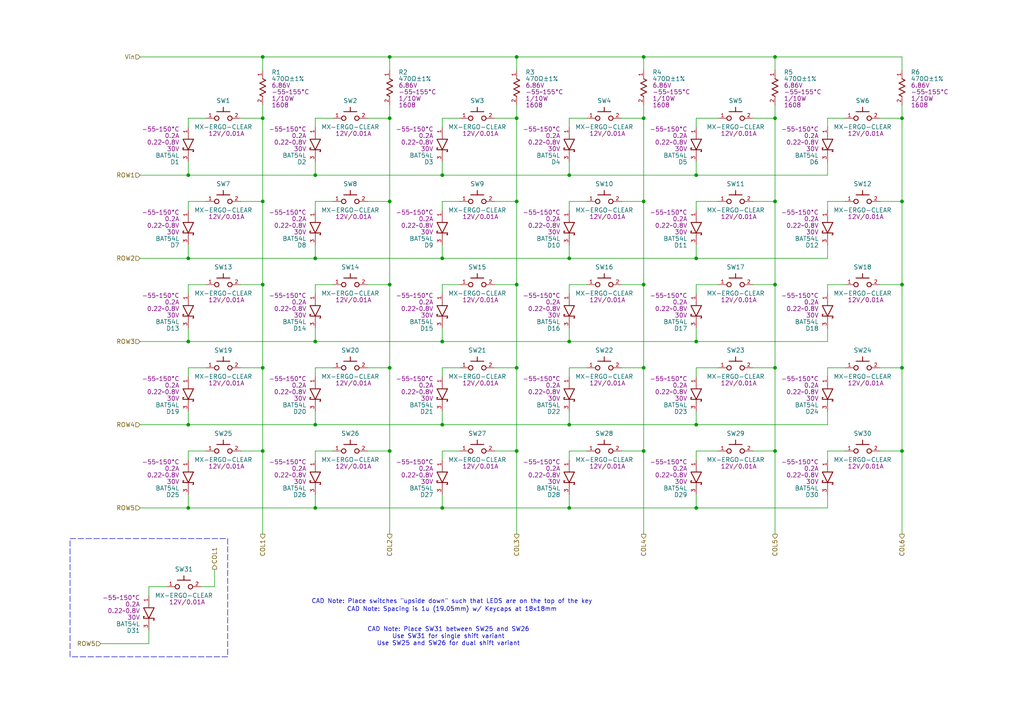
<source format=kicad_sch>
(kicad_sch (version 20231120) (generator "eeschema") (generator_version "8.0")
  (paper "A4")
  (lib_symbols
    (symbol "Harrington-Diodes:BAT54L-V" (pin_names (offset 1.016))
      (property "Reference" "D" (at 2.54 5.08 0))
      (property "Value" "BAT54L" (at 2.54 3.175 0))
      (property "VR_MAX" "30V" (at 2.54 1.27 0))
      (property "VF_MAX" "0.22~0.8V" (at 2.54 -0.635 0))
      (property "I_MAX" "0.2A" (at 2.54 -2.54 0))
      (property "TEMPERATURE" "-55~150°C" (at 2.54 -4.445 0))
      (symbol "BAT54L-V_0_0"
        (polyline (pts (xy -1.524 1.524) (xy -1.524 2.032)) (stroke (width 0.254)))
        (polyline (pts (xy -1.524 2.032) (xy -1.27 2.032)) (stroke (width 0.254)))
        (polyline (pts (xy 0 1.524) (xy -1.524 1.524)) (stroke (width 0.254)))
        (polyline (pts (xy 0 1.524) (xy 1.524 1.524)) (stroke (width 0.254)))
        (polyline (pts (xy 1.524 1.016) (xy 1.27 1.016)) (stroke (width 0.254)))
        (polyline (pts (xy 1.524 1.524) (xy 1.524 1.016)) (stroke (width 0.254)))
      )
      (symbol "BAT54L-V_1_0"
        (polyline (pts (xy 0 -2.54) (xy 0 -1.524)) (stroke (width 0.1524)))
        (polyline (pts (xy 0 2.54) (xy 0 1.524)) (stroke (width 0.1524)))
        (polyline (pts (xy -1.524 -1.524) (xy 1.524 -1.524) (xy 0 1.524) (xy -1.524 -1.524)) (stroke (width 0.254)))
        (pin bidirectional line (at 0 -5.08 90) (length 2.54) (name "~") (number "1"))
        (pin bidirectional line (at 0 5.08 270) (length 2.54) (name "~") (number "3"))
      )
    )
    (symbol "Harrington-Resistors:470Ω±1%-1608-V" (pin_names (offset 1.016))
      (property "Reference" "R" (at 2.54 4.445 0))
      (property "Value" "470Ω±1%" (at 2.54 2.54 0))
      (property "TEMPERATURE" "-55~155°C" (at 2.54 -1.27 0))
      (property "POWER" "1/10W" (at 2.54 -3.175 0))
      (property "VOLTAGE" "6.86V" (at 2.54 0.635 0))
      (property "SIZE" "1608" (at 2.54 -5.08 0))
      (symbol "470Ω±1%-1608-V_0_0"
        (polyline (pts (xy -0.8468 -2.1171) (xy 0 -2.5405)) (stroke (width 0.254)))
        (polyline (pts (xy -0.8468 -0.4234) (xy 0.8468 -1.2703)) (stroke (width 0.254)))
        (polyline (pts (xy -0.8468 1.2703) (xy 0.8468 2.1171)) (stroke (width 0.254)))
        (polyline (pts (xy 0.8468 -1.2703) (xy -0.8468 -2.1171)) (stroke (width 0.254)))
        (polyline (pts (xy 0.8468 0.4234) (xy -0.8468 -0.4234)) (stroke (width 0.254)))
        (polyline (pts (xy 0.8468 0.4234) (xy -0.8468 1.2703)) (stroke (width 0.254)))
        (polyline (pts (xy 0.8468 2.1171) (xy 0 2.5405)) (stroke (width 0.254)))
        (pin passive line (at 0 5.08 270) (length 2.54) (name "~") (number "1"))
        (pin passive line (at 0 -5.08 90) (length 2.54) (name "~") (number "2"))
      )
    )
    (symbol "Harrington-Switches:MX-ERGO-CLEAR-H" (pin_names (offset 1.016))
      (property "Reference" "SW" (at 0 5.08 0))
      (property "Value" "MX-ERGO-CLEAR" (at 0 -2.54 0))
      (property "V_MAX" "12V" (at -0.635 -4.445 0))
      (property "I_MAX" "0.01A" (at 0.635 -4.445 0))
      (symbol "MX-ERGO-CLEAR-H_0_0"
        (circle (center -1.905 0) (radius 0.635) (stroke (width 0.254)))
        (polyline (pts (xy -1.905 1.905) (xy 0 1.905)) (stroke (width 0.254)))
        (polyline (pts (xy 0 1.905) (xy 0 3.175)) (stroke (width 0.254)))
        (polyline (pts (xy 0 1.905) (xy 1.905 1.905)) (stroke (width 0.254)))
        (circle (center 1.905 0) (radius 0.635) (stroke (width 0.254)))
        (text "/" (at 0 -4.445 0) (effects (font (size 1.27 1.27))))
        (pin bidirectional line (at 5.08 0 180) (length 2.54) (name "~") (number "2"))
      )
      (symbol "MX-ERGO-CLEAR-H_1_0"
        (pin bidirectional line (at -5.08 0 0) (length 2.54) (name "~") (number "1"))
      )
    )
  )
  (junction (at 149.86 106.68))
  (junction (at 91.44 74.93))
  (junction (at 54.61 147.32))
  (junction (at 91.44 147.32))
  (junction (at 261.62 34.29))
  (junction (at 165.1 50.8))
  (junction (at 201.93 147.32))
  (junction (at 54.61 123.19))
  (junction (at 128.27 50.8))
  (junction (at 76.2 58.42))
  (junction (at 128.27 74.93))
  (junction (at 165.1 74.93))
  (junction (at 261.62 106.68))
  (junction (at 76.2 106.68))
  (junction (at 54.61 50.8))
  (junction (at 128.27 123.19))
  (junction (at 54.61 99.06))
  (junction (at 261.62 58.42))
  (junction (at 76.2 130.81))
  (junction (at 201.93 50.8))
  (junction (at 76.2 82.55))
  (junction (at 224.79 16.51))
  (junction (at 224.79 82.55))
  (junction (at 113.03 106.68))
  (junction (at 186.69 16.51))
  (junction (at 76.2 34.29))
  (junction (at 186.69 82.55))
  (junction (at 128.27 99.06))
  (junction (at 201.93 123.19))
  (junction (at 186.69 58.42))
  (junction (at 224.79 106.68))
  (junction (at 149.86 58.42))
  (junction (at 113.03 58.42))
  (junction (at 91.44 99.06))
  (junction (at 54.61 74.93))
  (junction (at 261.62 82.55))
  (junction (at 91.44 50.8))
  (junction (at 113.03 34.29))
  (junction (at 91.44 123.19))
  (junction (at 128.27 147.32))
  (junction (at 186.69 106.68))
  (junction (at 201.93 74.93))
  (junction (at 186.69 130.81))
  (junction (at 165.1 147.32))
  (junction (at 76.2 16.51))
  (junction (at 186.69 34.29))
  (junction (at 113.03 16.51))
  (junction (at 201.93 99.06))
  (junction (at 149.86 34.29))
  (junction (at 113.03 130.81))
  (junction (at 113.03 82.55))
  (junction (at 149.86 16.51))
  (junction (at 149.86 130.81))
  (junction (at 224.79 130.81))
  (junction (at 149.86 82.55))
  (junction (at 224.79 34.29))
  (junction (at 261.62 130.81))
  (junction (at 224.79 58.42))
  (junction (at 165.1 99.06))
  (junction (at 165.1 123.19))
  (wire (pts (xy 149.86 82.55) (xy 149.86 106.68)))
  (wire (pts (xy 165.1 109.22) (xy 165.1 106.68)))
  (wire (pts (xy 91.44 95.25) (xy 91.44 99.06)))
  (wire (pts (xy 224.79 16.51) (xy 261.62 16.51)))
  (wire (pts (xy 186.69 34.29) (xy 186.69 58.42)))
  (wire (pts (xy 128.27 143.51) (xy 128.27 147.32)))
  (wire (pts (xy 261.62 106.68) (xy 261.62 130.81)))
  (wire (pts (xy 240.03 71.12) (xy 240.03 74.93)))
  (wire (pts (xy 218.44 82.55) (xy 224.79 82.55)))
  (wire (pts (xy 76.2 30.48) (xy 76.2 34.29)))
  (wire (pts (xy 224.79 106.68) (xy 224.79 130.81)))
  (wire (pts (xy 128.27 36.83) (xy 128.27 34.29)))
  (wire (pts (xy 255.27 82.55) (xy 261.62 82.55)))
  (wire (pts (xy 165.1 46.99) (xy 165.1 50.8)))
  (wire (pts (xy 165.1 119.38) (xy 165.1 123.19)))
  (wire (pts (xy 201.93 119.38) (xy 201.93 123.19)))
  (wire (pts (xy 54.61 82.55) (xy 59.69 82.55)))
  (wire (pts (xy 201.93 133.35) (xy 201.93 130.81)))
  (wire (pts (xy 113.03 16.51) (xy 149.86 16.51)))
  (wire (pts (xy 54.61 130.81) (xy 59.69 130.81)))
  (wire (pts (xy 201.93 85.09) (xy 201.93 82.55)))
  (wire (pts (xy 54.61 60.96) (xy 54.61 58.42)))
  (wire (pts (xy 165.1 133.35) (xy 165.1 130.81)))
  (wire (pts (xy 69.85 34.29) (xy 76.2 34.29)))
  (wire (pts (xy 91.44 106.68) (xy 96.52 106.68)))
  (wire (pts (xy 91.44 34.29) (xy 96.52 34.29)))
  (wire (pts (xy 40.64 147.32) (xy 54.61 147.32)))
  (wire (pts (xy 43.18 182.88) (xy 43.18 186.69)))
  (wire (pts (xy 76.2 16.51) (xy 113.03 16.51)))
  (wire (pts (xy 165.1 74.93) (xy 201.93 74.93)))
  (wire (pts (xy 261.62 130.81) (xy 261.62 154.94)))
  (wire (pts (xy 128.27 123.19) (xy 165.1 123.19)))
  (wire (pts (xy 165.1 99.06) (xy 201.93 99.06)))
  (wire (pts (xy 224.79 16.51) (xy 224.79 20.32)))
  (wire (pts (xy 91.44 109.22) (xy 91.44 106.68)))
  (wire (pts (xy 143.51 106.68) (xy 149.86 106.68)))
  (wire (pts (xy 106.68 34.29) (xy 113.03 34.29)))
  (wire (pts (xy 201.93 60.96) (xy 201.93 58.42)))
  (wire (pts (xy 165.1 106.68) (xy 170.18 106.68)))
  (wire (pts (xy 180.34 82.55) (xy 186.69 82.55)))
  (wire (pts (xy 43.18 170.18) (xy 48.26 170.18)))
  (wire (pts (xy 76.2 16.51) (xy 76.2 20.32)))
  (wire (pts (xy 240.03 60.96) (xy 240.03 58.42)))
  (wire (pts (xy 180.34 106.68) (xy 186.69 106.68)))
  (wire (pts (xy 240.03 46.99) (xy 240.03 50.8)))
  (wire (pts (xy 149.86 130.81) (xy 149.86 154.94)))
  (wire (pts (xy 69.85 58.42) (xy 76.2 58.42)))
  (wire (pts (xy 54.61 58.42) (xy 59.69 58.42)))
  (wire (pts (xy 54.61 133.35) (xy 54.61 130.81)))
  (wire (pts (xy 69.85 130.81) (xy 76.2 130.81)))
  (wire (pts (xy 91.44 58.42) (xy 96.52 58.42)))
  (wire (pts (xy 91.44 50.8) (xy 128.27 50.8)))
  (wire (pts (xy 113.03 34.29) (xy 113.03 58.42)))
  (wire (pts (xy 201.93 82.55) (xy 208.28 82.55)))
  (wire (pts (xy 165.1 36.83) (xy 165.1 34.29)))
  (wire (pts (xy 113.03 30.48) (xy 113.03 34.29)))
  (wire (pts (xy 165.1 58.42) (xy 170.18 58.42)))
  (wire (pts (xy 240.03 143.51) (xy 240.03 147.32)))
  (wire (pts (xy 40.64 16.51) (xy 76.2 16.51)))
  (wire (pts (xy 69.85 106.68) (xy 76.2 106.68)))
  (wire (pts (xy 128.27 95.25) (xy 128.27 99.06)))
  (wire (pts (xy 128.27 46.99) (xy 128.27 50.8)))
  (wire (pts (xy 261.62 16.51) (xy 261.62 20.32)))
  (wire (pts (xy 165.1 85.09) (xy 165.1 82.55)))
  (wire (pts (xy 143.51 82.55) (xy 149.86 82.55)))
  (wire (pts (xy 128.27 147.32) (xy 165.1 147.32)))
  (wire (pts (xy 224.79 30.48) (xy 224.79 34.29)))
  (wire (pts (xy 91.44 36.83) (xy 91.44 34.29)))
  (wire (pts (xy 261.62 30.48) (xy 261.62 34.29)))
  (wire (pts (xy 54.61 46.99) (xy 54.61 50.8)))
  (wire (pts (xy 201.93 130.81) (xy 208.28 130.81)))
  (wire (pts (xy 165.1 60.96) (xy 165.1 58.42)))
  (wire (pts (xy 201.93 74.93) (xy 240.03 74.93)))
  (wire (pts (xy 91.44 71.12) (xy 91.44 74.93)))
  (wire (pts (xy 54.61 34.29) (xy 59.69 34.29)))
  (wire (pts (xy 76.2 130.81) (xy 76.2 154.94)))
  (wire (pts (xy 240.03 85.09) (xy 240.03 82.55)))
  (wire (pts (xy 54.61 95.25) (xy 54.61 99.06)))
  (wire (pts (xy 91.44 46.99) (xy 91.44 50.8)))
  (wire (pts (xy 113.03 82.55) (xy 113.03 106.68)))
  (wire (pts (xy 29.21 186.69) (xy 43.18 186.69)))
  (wire (pts (xy 149.86 16.51) (xy 149.86 20.32)))
  (wire (pts (xy 40.64 123.19) (xy 54.61 123.19)))
  (wire (pts (xy 91.44 147.32) (xy 128.27 147.32)))
  (wire (pts (xy 186.69 130.81) (xy 186.69 154.94)))
  (wire (pts (xy 128.27 130.81) (xy 133.35 130.81)))
  (wire (pts (xy 91.44 74.93) (xy 128.27 74.93)))
  (wire (pts (xy 201.93 71.12) (xy 201.93 74.93)))
  (wire (pts (xy 201.93 109.22) (xy 201.93 106.68)))
  (wire (pts (xy 76.2 58.42) (xy 76.2 82.55)))
  (wire (pts (xy 54.61 147.32) (xy 91.44 147.32)))
  (wire (pts (xy 54.61 50.8) (xy 91.44 50.8)))
  (wire (pts (xy 54.61 143.51) (xy 54.61 147.32)))
  (wire (pts (xy 180.34 130.81) (xy 186.69 130.81)))
  (wire (pts (xy 201.93 106.68) (xy 208.28 106.68)))
  (wire (pts (xy 201.93 34.29) (xy 208.28 34.29)))
  (wire (pts (xy 54.61 85.09) (xy 54.61 82.55)))
  (wire (pts (xy 91.44 85.09) (xy 91.44 82.55)))
  (wire (pts (xy 128.27 106.68) (xy 133.35 106.68)))
  (wire (pts (xy 69.85 82.55) (xy 76.2 82.55)))
  (wire (pts (xy 149.86 58.42) (xy 149.86 82.55)))
  (wire (pts (xy 201.93 58.42) (xy 208.28 58.42)))
  (wire (pts (xy 240.03 106.68) (xy 245.11 106.68)))
  (wire (pts (xy 186.69 106.68) (xy 186.69 130.81)))
  (wire (pts (xy 128.27 71.12) (xy 128.27 74.93)))
  (wire (pts (xy 91.44 119.38) (xy 91.44 123.19)))
  (wire (pts (xy 76.2 82.55) (xy 76.2 106.68)))
  (wire (pts (xy 128.27 82.55) (xy 133.35 82.55)))
  (wire (pts (xy 128.27 58.42) (xy 133.35 58.42)))
  (wire (pts (xy 165.1 95.25) (xy 165.1 99.06)))
  (wire (pts (xy 201.93 123.19) (xy 240.03 123.19)))
  (wire (pts (xy 91.44 143.51) (xy 91.44 147.32)))
  (wire (pts (xy 40.64 74.93) (xy 54.61 74.93)))
  (wire (pts (xy 91.44 133.35) (xy 91.44 130.81)))
  (wire (pts (xy 201.93 46.99) (xy 201.93 50.8)))
  (wire (pts (xy 186.69 30.48) (xy 186.69 34.29)))
  (wire (pts (xy 91.44 82.55) (xy 96.52 82.55)))
  (wire (pts (xy 224.79 58.42) (xy 224.79 82.55)))
  (wire (pts (xy 54.61 123.19) (xy 91.44 123.19)))
  (wire (pts (xy 106.68 130.81) (xy 113.03 130.81)))
  (wire (pts (xy 180.34 58.42) (xy 186.69 58.42)))
  (wire (pts (xy 54.61 106.68) (xy 59.69 106.68)))
  (wire (pts (xy 62.23 165.1) (xy 62.23 170.18)))
  (wire (pts (xy 128.27 74.93) (xy 165.1 74.93)))
  (wire (pts (xy 261.62 82.55) (xy 261.62 106.68)))
  (wire (pts (xy 261.62 34.29) (xy 261.62 58.42)))
  (wire (pts (xy 165.1 123.19) (xy 201.93 123.19)))
  (wire (pts (xy 240.03 58.42) (xy 245.11 58.42)))
  (wire (pts (xy 240.03 133.35) (xy 240.03 130.81)))
  (wire (pts (xy 201.93 50.8) (xy 240.03 50.8)))
  (wire (pts (xy 40.64 50.8) (xy 54.61 50.8)))
  (wire (pts (xy 201.93 95.25) (xy 201.93 99.06)))
  (wire (pts (xy 143.51 58.42) (xy 149.86 58.42)))
  (wire (pts (xy 54.61 109.22) (xy 54.61 106.68)))
  (wire (pts (xy 165.1 34.29) (xy 170.18 34.29)))
  (wire (pts (xy 149.86 106.68) (xy 149.86 130.81)))
  (wire (pts (xy 180.34 34.29) (xy 186.69 34.29)))
  (wire (pts (xy 106.68 82.55) (xy 113.03 82.55)))
  (wire (pts (xy 224.79 130.81) (xy 224.79 154.94)))
  (wire (pts (xy 240.03 82.55) (xy 245.11 82.55)))
  (wire (pts (xy 106.68 106.68) (xy 113.03 106.68)))
  (wire (pts (xy 128.27 109.22) (xy 128.27 106.68)))
  (wire (pts (xy 165.1 143.51) (xy 165.1 147.32)))
  (wire (pts (xy 224.79 82.55) (xy 224.79 106.68)))
  (wire (pts (xy 218.44 58.42) (xy 224.79 58.42)))
  (wire (pts (xy 240.03 95.25) (xy 240.03 99.06)))
  (wire (pts (xy 255.27 130.81) (xy 261.62 130.81)))
  (wire (pts (xy 255.27 106.68) (xy 261.62 106.68)))
  (wire (pts (xy 43.18 172.72) (xy 43.18 170.18)))
  (wire (pts (xy 240.03 119.38) (xy 240.03 123.19)))
  (wire (pts (xy 113.03 130.81) (xy 113.03 154.94)))
  (wire (pts (xy 201.93 99.06) (xy 240.03 99.06)))
  (wire (pts (xy 218.44 130.81) (xy 224.79 130.81)))
  (wire (pts (xy 40.64 99.06) (xy 54.61 99.06)))
  (wire (pts (xy 54.61 74.93) (xy 91.44 74.93)))
  (wire (pts (xy 165.1 71.12) (xy 165.1 74.93)))
  (wire (pts (xy 106.68 58.42) (xy 113.03 58.42)))
  (wire (pts (xy 143.51 130.81) (xy 149.86 130.81)))
  (wire (pts (xy 113.03 16.51) (xy 113.03 20.32)))
  (wire (pts (xy 201.93 147.32) (xy 240.03 147.32)))
  (wire (pts (xy 261.62 58.42) (xy 261.62 82.55)))
  (wire (pts (xy 186.69 82.55) (xy 186.69 106.68)))
  (wire (pts (xy 91.44 99.06) (xy 128.27 99.06)))
  (wire (pts (xy 128.27 99.06) (xy 165.1 99.06)))
  (wire (pts (xy 143.51 34.29) (xy 149.86 34.29)))
  (wire (pts (xy 165.1 50.8) (xy 201.93 50.8)))
  (wire (pts (xy 91.44 60.96) (xy 91.44 58.42)))
  (wire (pts (xy 54.61 99.06) (xy 91.44 99.06)))
  (wire (pts (xy 128.27 119.38) (xy 128.27 123.19)))
  (wire (pts (xy 54.61 119.38) (xy 54.61 123.19)))
  (wire (pts (xy 240.03 36.83) (xy 240.03 34.29)))
  (wire (pts (xy 165.1 130.81) (xy 170.18 130.81)))
  (wire (pts (xy 128.27 60.96) (xy 128.27 58.42)))
  (wire (pts (xy 113.03 106.68) (xy 113.03 130.81)))
  (wire (pts (xy 62.23 170.18) (xy 58.42 170.18)))
  (wire (pts (xy 240.03 130.81) (xy 245.11 130.81)))
  (wire (pts (xy 54.61 71.12) (xy 54.61 74.93)))
  (wire (pts (xy 54.61 36.83) (xy 54.61 34.29)))
  (wire (pts (xy 91.44 130.81) (xy 96.52 130.81)))
  (wire (pts (xy 255.27 34.29) (xy 261.62 34.29)))
  (wire (pts (xy 128.27 50.8) (xy 165.1 50.8)))
  (wire (pts (xy 224.79 34.29) (xy 224.79 58.42)))
  (wire (pts (xy 76.2 106.68) (xy 76.2 130.81)))
  (wire (pts (xy 218.44 34.29) (xy 224.79 34.29)))
  (wire (pts (xy 165.1 82.55) (xy 170.18 82.55)))
  (wire (pts (xy 186.69 58.42) (xy 186.69 82.55)))
  (wire (pts (xy 165.1 147.32) (xy 201.93 147.32)))
  (wire (pts (xy 91.44 123.19) (xy 128.27 123.19)))
  (wire (pts (xy 149.86 16.51) (xy 186.69 16.51)))
  (wire (pts (xy 76.2 34.29) (xy 76.2 58.42)))
  (wire (pts (xy 186.69 16.51) (xy 186.69 20.32)))
  (wire (pts (xy 240.03 109.22) (xy 240.03 106.68)))
  (wire (pts (xy 201.93 36.83) (xy 201.93 34.29)))
  (wire (pts (xy 201.93 143.51) (xy 201.93 147.32)))
  (wire (pts (xy 255.27 58.42) (xy 261.62 58.42)))
  (wire (pts (xy 218.44 106.68) (xy 224.79 106.68)))
  (wire (pts (xy 113.03 58.42) (xy 113.03 82.55)))
  (wire (pts (xy 186.69 16.51) (xy 224.79 16.51)))
  (wire (pts (xy 149.86 34.29) (xy 149.86 58.42)))
  (wire (pts (xy 128.27 133.35) (xy 128.27 130.81)))
  (wire (pts (xy 128.27 85.09) (xy 128.27 82.55)))
  (wire (pts (xy 149.86 30.48) (xy 149.86 34.29)))
  (wire (pts (xy 128.27 34.29) (xy 133.35 34.29)))
  (wire (pts (xy 240.03 34.29) (xy 245.11 34.29)))
  (rectangle (start 20.32 156.21) (end 66.04 190.5) (stroke (width 0) (type dash)))
  (text "CAD Note: Spacing is 1u (19.05mm) w/ Keycaps at 18x18mm" (at 131.064 176.784 0) (effects (font (size 1.27 1.27))))
  (text "CAD Note: Place switches \"upside down\" such that LEDS are on the top of the key" (at 131.064 174.498 0) (effects (font (size 1.27 1.27))))
  (text "CAD Note: Place SW31 between SW25 and SW26\nUse SW31 for single shift variant\nUse SW25 and SW26 for dual shift variant" (at 130.048 184.658 0) (effects (font (size 1.27 1.27))))
  (hierarchical_label "ROW2" (shape input) (at 40.64 74.93 180))
  (hierarchical_label "COL6" (shape output) (at 261.62 154.94 270))
  (hierarchical_label "COL3" (shape output) (at 149.86 154.94 270))
  (hierarchical_label "COL5" (shape output) (at 224.79 154.94 270))
  (hierarchical_label "ROW1" (shape input) (at 40.64 50.8 180))
  (hierarchical_label "COL4" (shape output) (at 186.69 154.94 270))
  (hierarchical_label "COL1" (shape output) (at 76.2 154.94 270))
  (hierarchical_label "ROW5" (shape input) (at 40.64 147.32 180))
  (hierarchical_label "ROW3" (shape input) (at 40.64 99.06 180))
  (hierarchical_label "COL1" (shape output) (at 62.23 165.1 90))
  (hierarchical_label "COL2" (shape output) (at 113.03 154.94 270))
  (hierarchical_label "Vin" (shape input) (at 40.64 16.51 180))
  (hierarchical_label "ROW5" (shape input) (at 29.21 186.69 180))
  (hierarchical_label "ROW4" (shape input) (at 40.64 123.19 180))
  (symbol (lib_id "Harrington-Diodes:BAT54L-V") (at 165.1 41.91 180) (unit 1)
    (property "Reference" "D4" (at 162.56 46.99 0) (effects (justify left)))
    (property "Value" "BAT54L" (at 162.56 45.085 0) (effects (justify left)))
    (property "Footprint" "Harrington-Diodes:SOT-23-3" (effects (hide yes)))
    (property "Description" "High Frequency, Low Vf" (effects (hide yes)))
    (property "VR_MAX" "30V" (at 162.56 43.18 0) (effects (justify left)))
    (property "VF_MAX" "0.22~0.8V" (at 162.56 41.275 0) (effects (justify left)))
    (property "I_MAX" "0.2A" (at 162.56 39.37 0) (effects (justify left)))
    (property "TEMPERATURE" "-55~150°C" (at 162.56 37.465 0) (effects (justify left)))
  )
  (symbol (lib_id "Harrington-Switches:MX-ERGO-CLEAR-H") (at 138.43 34.29 0) (unit 1)
    (property "Reference" "SW3" (at 138.43 29.21 0))
    (property "Value" "MX-ERGO-CLEAR" (at 138.43 36.83 0))
    (property "Footprint" "Harrington-Switches:MX-1-Pole" (effects (hide yes)))
    (property "V_MAX" "12V" (at 137.795 38.735 0) (effects (justify right)))
    (property "I_MAX" "0.01A" (at 139.065 38.735 0) (effects (justify left)))
  )
  (symbol (lib_id "Harrington-Switches:MX-ERGO-CLEAR-H") (at 213.36 130.81 0) (unit 1)
    (property "Reference" "SW29" (at 213.36 125.73 0))
    (property "Value" "MX-ERGO-CLEAR" (at 213.36 133.35 0))
    (property "Footprint" "Harrington-Switches:MX-1-Pole" (effects (hide yes)))
    (property "V_MAX" "12V" (at 212.725 135.255 0) (effects (justify right)))
    (property "I_MAX" "0.01A" (at 213.995 135.255 0) (effects (justify left)))
  )
  (symbol (lib_id "Harrington-Switches:MX-ERGO-CLEAR-H") (at 101.6 130.81 0) (unit 1)
    (property "Reference" "SW26" (at 101.6 125.73 0))
    (property "Value" "MX-ERGO-CLEAR" (at 101.6 133.35 0))
    (property "Footprint" "Harrington-Switches:MX-1-Pole" (effects (hide yes)))
    (property "V_MAX" "12V" (at 100.965 135.255 0) (effects (justify right)))
    (property "I_MAX" "0.01A" (at 102.235 135.255 0) (effects (justify left)))
  )
  (symbol (lib_id "Harrington-Diodes:BAT54L-V") (at 54.61 66.04 180) (unit 1)
    (property "Reference" "D7" (at 52.07 71.12 0) (effects (justify left)))
    (property "Value" "BAT54L" (at 52.07 69.215 0) (effects (justify left)))
    (property "Footprint" "Harrington-Diodes:SOT-23-3" (effects (hide yes)))
    (property "Description" "High Frequency, Low Vf" (effects (hide yes)))
    (property "VR_MAX" "30V" (at 52.07 67.31 0) (effects (justify left)))
    (property "VF_MAX" "0.22~0.8V" (at 52.07 65.405 0) (effects (justify left)))
    (property "I_MAX" "0.2A" (at 52.07 63.5 0) (effects (justify left)))
    (property "TEMPERATURE" "-55~150°C" (at 52.07 61.595 0) (effects (justify left)))
  )
  (symbol (lib_id "Harrington-Diodes:BAT54L-V") (at 54.61 114.3 180) (unit 1)
    (property "Reference" "D19" (at 52.07 119.38 0) (effects (justify left)))
    (property "Value" "BAT54L" (at 52.07 117.475 0) (effects (justify left)))
    (property "Footprint" "Harrington-Diodes:SOT-23-3" (effects (hide yes)))
    (property "Description" "High Frequency, Low Vf" (effects (hide yes)))
    (property "VR_MAX" "30V" (at 52.07 115.57 0) (effects (justify left)))
    (property "VF_MAX" "0.22~0.8V" (at 52.07 113.665 0) (effects (justify left)))
    (property "I_MAX" "0.2A" (at 52.07 111.76 0) (effects (justify left)))
    (property "TEMPERATURE" "-55~150°C" (at 52.07 109.855 0) (effects (justify left)))
  )
  (symbol (lib_id "Harrington-Switches:MX-ERGO-CLEAR-H") (at 175.26 58.42 0) (unit 1)
    (property "Reference" "SW10" (at 175.26 53.34 0))
    (property "Value" "MX-ERGO-CLEAR" (at 175.26 60.96 0))
    (property "Footprint" "Harrington-Switches:MX-1-Pole" (effects (hide yes)))
    (property "V_MAX" "12V" (at 174.625 62.865 0) (effects (justify right)))
    (property "I_MAX" "0.01A" (at 175.895 62.865 0) (effects (justify left)))
  )
  (symbol (lib_id "Harrington-Switches:MX-ERGO-CLEAR-H") (at 101.6 58.42 0) (unit 1)
    (property "Reference" "SW8" (at 101.6 53.34 0))
    (property "Value" "MX-ERGO-CLEAR" (at 101.6 60.96 0))
    (property "Footprint" "Harrington-Switches:MX-1-Pole" (effects (hide yes)))
    (property "V_MAX" "12V" (at 100.965 62.865 0) (effects (justify right)))
    (property "I_MAX" "0.01A" (at 102.235 62.865 0) (effects (justify left)))
  )
  (symbol (lib_id "Harrington-Diodes:BAT54L-V") (at 240.03 114.3 180) (unit 1)
    (property "Reference" "D24" (at 237.49 119.38 0) (effects (justify left)))
    (property "Value" "BAT54L" (at 237.49 117.475 0) (effects (justify left)))
    (property "Footprint" "Harrington-Diodes:SOT-23-3" (effects (hide yes)))
    (property "Description" "High Frequency, Low Vf" (effects (hide yes)))
    (property "VR_MAX" "30V" (at 237.49 115.57 0) (effects (justify left)))
    (property "VF_MAX" "0.22~0.8V" (at 237.49 113.665 0) (effects (justify left)))
    (property "I_MAX" "0.2A" (at 237.49 111.76 0) (effects (justify left)))
    (property "TEMPERATURE" "-55~150°C" (at 237.49 109.855 0) (effects (justify left)))
  )
  (symbol (lib_id "Harrington-Diodes:BAT54L-V") (at 201.93 138.43 180) (unit 1)
    (property "Reference" "D29" (at 199.39 143.51 0) (effects (justify left)))
    (property "Value" "BAT54L" (at 199.39 141.605 0) (effects (justify left)))
    (property "Footprint" "Harrington-Diodes:SOT-23-3" (effects (hide yes)))
    (property "Description" "High Frequency, Low Vf" (effects (hide yes)))
    (property "VR_MAX" "30V" (at 199.39 139.7 0) (effects (justify left)))
    (property "VF_MAX" "0.22~0.8V" (at 199.39 137.795 0) (effects (justify left)))
    (property "I_MAX" "0.2A" (at 199.39 135.89 0) (effects (justify left)))
    (property "TEMPERATURE" "-55~150°C" (at 199.39 133.985 0) (effects (justify left)))
  )
  (symbol (lib_id "Harrington-Switches:MX-ERGO-CLEAR-H") (at 250.19 34.29 0) (unit 1)
    (property "Reference" "SW6" (at 250.19 29.21 0))
    (property "Value" "MX-ERGO-CLEAR" (at 250.19 36.83 0))
    (property "Footprint" "Harrington-Switches:MX-1-Pole" (effects (hide yes)))
    (property "V_MAX" "12V" (at 249.555 38.735 0) (effects (justify right)))
    (property "I_MAX" "0.01A" (at 250.825 38.735 0) (effects (justify left)))
  )
  (symbol (lib_id "Harrington-Diodes:BAT54L-V") (at 201.93 114.3 180) (unit 1)
    (property "Reference" "D23" (at 199.39 119.38 0) (effects (justify left)))
    (property "Value" "BAT54L" (at 199.39 117.475 0) (effects (justify left)))
    (property "Footprint" "Harrington-Diodes:SOT-23-3" (effects (hide yes)))
    (property "Description" "High Frequency, Low Vf" (effects (hide yes)))
    (property "VR_MAX" "30V" (at 199.39 115.57 0) (effects (justify left)))
    (property "VF_MAX" "0.22~0.8V" (at 199.39 113.665 0) (effects (justify left)))
    (property "I_MAX" "0.2A" (at 199.39 111.76 0) (effects (justify left)))
    (property "TEMPERATURE" "-55~150°C" (at 199.39 109.855 0) (effects (justify left)))
  )
  (symbol (lib_id "Harrington-Switches:MX-ERGO-CLEAR-H") (at 250.19 58.42 0) (unit 1)
    (property "Reference" "SW12" (at 250.19 53.34 0))
    (property "Value" "MX-ERGO-CLEAR" (at 250.19 60.96 0))
    (property "Footprint" "Harrington-Switches:MX-1-Pole" (effects (hide yes)))
    (property "V_MAX" "12V" (at 249.555 62.865 0) (effects (justify right)))
    (property "I_MAX" "0.01A" (at 250.825 62.865 0) (effects (justify left)))
  )
  (symbol (lib_id "Harrington-Diodes:BAT54L-V") (at 165.1 90.17 180) (unit 1)
    (property "Reference" "D16" (at 162.56 95.25 0) (effects (justify left)))
    (property "Value" "BAT54L" (at 162.56 93.345 0) (effects (justify left)))
    (property "Footprint" "Harrington-Diodes:SOT-23-3" (effects (hide yes)))
    (property "Description" "High Frequency, Low Vf" (effects (hide yes)))
    (property "VR_MAX" "30V" (at 162.56 91.44 0) (effects (justify left)))
    (property "VF_MAX" "0.22~0.8V" (at 162.56 89.535 0) (effects (justify left)))
    (property "I_MAX" "0.2A" (at 162.56 87.63 0) (effects (justify left)))
    (property "TEMPERATURE" "-55~150°C" (at 162.56 85.725 0) (effects (justify left)))
  )
  (symbol (lib_id "Harrington-Switches:MX-ERGO-CLEAR-H") (at 64.77 106.68 0) (unit 1)
    (property "Reference" "SW19" (at 64.77 101.6 0))
    (property "Value" "MX-ERGO-CLEAR" (at 64.77 109.22 0))
    (property "Footprint" "Harrington-Switches:MX-1-Pole" (effects (hide yes)))
    (property "V_MAX" "12V" (at 64.135 111.125 0) (effects (justify right)))
    (property "I_MAX" "0.01A" (at 65.405 111.125 0) (effects (justify left)))
  )
  (symbol (lib_id "Harrington-Diodes:BAT54L-V") (at 201.93 41.91 180) (unit 1)
    (property "Reference" "D5" (at 199.39 46.99 0) (effects (justify left)))
    (property "Value" "BAT54L" (at 199.39 45.085 0) (effects (justify left)))
    (property "Footprint" "Harrington-Diodes:SOT-23-3" (effects (hide yes)))
    (property "Description" "High Frequency, Low Vf" (effects (hide yes)))
    (property "VR_MAX" "30V" (at 199.39 43.18 0) (effects (justify left)))
    (property "VF_MAX" "0.22~0.8V" (at 199.39 41.275 0) (effects (justify left)))
    (property "I_MAX" "0.2A" (at 199.39 39.37 0) (effects (justify left)))
    (property "TEMPERATURE" "-55~150°C" (at 199.39 37.465 0) (effects (justify left)))
  )
  (symbol (lib_id "Harrington-Diodes:BAT54L-V") (at 54.61 138.43 180) (unit 1)
    (property "Reference" "D25" (at 52.07 143.51 0) (effects (justify left)))
    (property "Value" "BAT54L" (at 52.07 141.605 0) (effects (justify left)))
    (property "Footprint" "Harrington-Diodes:SOT-23-3" (effects (hide yes)))
    (property "Description" "High Frequency, Low Vf" (effects (hide yes)))
    (property "VR_MAX" "30V" (at 52.07 139.7 0) (effects (justify left)))
    (property "VF_MAX" "0.22~0.8V" (at 52.07 137.795 0) (effects (justify left)))
    (property "I_MAX" "0.2A" (at 52.07 135.89 0) (effects (justify left)))
    (property "TEMPERATURE" "-55~150°C" (at 52.07 133.985 0) (effects (justify left)))
  )
  (symbol (lib_id "Harrington-Diodes:BAT54L-V") (at 91.44 90.17 180) (unit 1)
    (property "Reference" "D14" (at 88.9 95.25 0) (effects (justify left)))
    (property "Value" "BAT54L" (at 88.9 93.345 0) (effects (justify left)))
    (property "Footprint" "Harrington-Diodes:SOT-23-3" (effects (hide yes)))
    (property "Description" "High Frequency, Low Vf" (effects (hide yes)))
    (property "VR_MAX" "30V" (at 88.9 91.44 0) (effects (justify left)))
    (property "VF_MAX" "0.22~0.8V" (at 88.9 89.535 0) (effects (justify left)))
    (property "I_MAX" "0.2A" (at 88.9 87.63 0) (effects (justify left)))
    (property "TEMPERATURE" "-55~150°C" (at 88.9 85.725 0) (effects (justify left)))
  )
  (symbol (lib_id "Harrington-Switches:MX-ERGO-CLEAR-H") (at 138.43 130.81 0) (unit 1)
    (property "Reference" "SW27" (at 138.43 125.73 0))
    (property "Value" "MX-ERGO-CLEAR" (at 138.43 133.35 0))
    (property "Footprint" "Harrington-Switches:MX-1-Pole" (effects (hide yes)))
    (property "V_MAX" "12V" (at 137.795 135.255 0) (effects (justify right)))
    (property "I_MAX" "0.01A" (at 139.065 135.255 0) (effects (justify left)))
  )
  (symbol (lib_id "Harrington-Diodes:BAT54L-V") (at 128.27 114.3 180) (unit 1)
    (property "Reference" "D21" (at 125.73 119.38 0) (effects (justify left)))
    (property "Value" "BAT54L" (at 125.73 117.475 0) (effects (justify left)))
    (property "Footprint" "Harrington-Diodes:SOT-23-3" (effects (hide yes)))
    (property "Description" "High Frequency, Low Vf" (effects (hide yes)))
    (property "VR_MAX" "30V" (at 125.73 115.57 0) (effects (justify left)))
    (property "VF_MAX" "0.22~0.8V" (at 125.73 113.665 0) (effects (justify left)))
    (property "I_MAX" "0.2A" (at 125.73 111.76 0) (effects (justify left)))
    (property "TEMPERATURE" "-55~150°C" (at 125.73 109.855 0) (effects (justify left)))
  )
  (symbol (lib_id "Harrington-Resistors:470Ω±1%-1608-V") (at 149.86 25.4 0) (unit 1)
    (property "Reference" "R3" (at 152.4 20.955 0) (effects (justify left)))
    (property "Value" "470Ω±1%" (at 152.4 22.86 0) (effects (justify left)))
    (property "Footprint" "Harrington-Resistors:1608-SEM" (effects (hide yes)))
    (property "TEMPERATURE" "-55~155°C" (at 152.4 26.67 0) (effects (justify left)))
    (property "POWER" "1/10W" (at 152.4 28.575 0) (effects (justify left)))
    (property "VOLTAGE" "6.86V" (at 152.4 24.765 0) (effects (justify left)))
    (property "SIZE" "1608" (at 152.4 30.48 0) (effects (justify left)))
  )
  (symbol (lib_id "Harrington-Switches:MX-ERGO-CLEAR-H") (at 101.6 82.55 0) (unit 1)
    (property "Reference" "SW14" (at 101.6 77.47 0))
    (property "Value" "MX-ERGO-CLEAR" (at 101.6 85.09 0))
    (property "Footprint" "Harrington-Switches:MX-1-Pole" (effects (hide yes)))
    (property "V_MAX" "12V" (at 100.965 86.995 0) (effects (justify right)))
    (property "I_MAX" "0.01A" (at 102.235 86.995 0) (effects (justify left)))
  )
  (symbol (lib_id "Harrington-Diodes:BAT54L-V") (at 165.1 138.43 180) (unit 1)
    (property "Reference" "D28" (at 162.56 143.51 0) (effects (justify left)))
    (property "Value" "BAT54L" (at 162.56 141.605 0) (effects (justify left)))
    (property "Footprint" "Harrington-Diodes:SOT-23-3" (effects (hide yes)))
    (property "Description" "High Frequency, Low Vf" (effects (hide yes)))
    (property "VR_MAX" "30V" (at 162.56 139.7 0) (effects (justify left)))
    (property "VF_MAX" "0.22~0.8V" (at 162.56 137.795 0) (effects (justify left)))
    (property "I_MAX" "0.2A" (at 162.56 135.89 0) (effects (justify left)))
    (property "TEMPERATURE" "-55~150°C" (at 162.56 133.985 0) (effects (justify left)))
  )
  (symbol (lib_id "Harrington-Diodes:BAT54L-V") (at 43.18 177.8 180) (unit 1)
    (property "Reference" "D31" (at 40.64 182.88 0) (effects (justify left)))
    (property "Value" "BAT54L" (at 40.64 180.975 0) (effects (justify left)))
    (property "Footprint" "Harrington-Diodes:SOT-23-3" (effects (hide yes)))
    (property "Description" "High Frequency, Low Vf" (effects (hide yes)))
    (property "VR_MAX" "30V" (at 40.64 179.07 0) (effects (justify left)))
    (property "VF_MAX" "0.22~0.8V" (at 40.64 177.165 0) (effects (justify left)))
    (property "I_MAX" "0.2A" (at 40.64 175.26 0) (effects (justify left)))
    (property "TEMPERATURE" "-55~150°C" (at 40.64 173.355 0) (effects (justify left)))
  )
  (symbol (lib_id "Harrington-Resistors:470Ω±1%-1608-V") (at 186.69 25.4 0) (unit 1)
    (property "Reference" "R4" (at 189.23 20.955 0) (effects (justify left)))
    (property "Value" "470Ω±1%" (at 189.23 22.86 0) (effects (justify left)))
    (property "Footprint" "Harrington-Resistors:1608-SEM" (effects (hide yes)))
    (property "TEMPERATURE" "-55~155°C" (at 189.23 26.67 0) (effects (justify left)))
    (property "POWER" "1/10W" (at 189.23 28.575 0) (effects (justify left)))
    (property "VOLTAGE" "6.86V" (at 189.23 24.765 0) (effects (justify left)))
    (property "SIZE" "1608" (at 189.23 30.48 0) (effects (justify left)))
  )
  (symbol (lib_id "Harrington-Diodes:BAT54L-V") (at 201.93 66.04 180) (unit 1)
    (property "Reference" "D11" (at 199.39 71.12 0) (effects (justify left)))
    (property "Value" "BAT54L" (at 199.39 69.215 0) (effects (justify left)))
    (property "Footprint" "Harrington-Diodes:SOT-23-3" (effects (hide yes)))
    (property "Description" "High Frequency, Low Vf" (effects (hide yes)))
    (property "VR_MAX" "30V" (at 199.39 67.31 0) (effects (justify left)))
    (property "VF_MAX" "0.22~0.8V" (at 199.39 65.405 0) (effects (justify left)))
    (property "I_MAX" "0.2A" (at 199.39 63.5 0) (effects (justify left)))
    (property "TEMPERATURE" "-55~150°C" (at 199.39 61.595 0) (effects (justify left)))
  )
  (symbol (lib_id "Harrington-Diodes:BAT54L-V") (at 240.03 66.04 180) (unit 1)
    (property "Reference" "D12" (at 237.49 71.12 0) (effects (justify left)))
    (property "Value" "BAT54L" (at 237.49 69.215 0) (effects (justify left)))
    (property "Footprint" "Harrington-Diodes:SOT-23-3" (effects (hide yes)))
    (property "Description" "High Frequency, Low Vf" (effects (hide yes)))
    (property "VR_MAX" "30V" (at 237.49 67.31 0) (effects (justify left)))
    (property "VF_MAX" "0.22~0.8V" (at 237.49 65.405 0) (effects (justify left)))
    (property "I_MAX" "0.2A" (at 237.49 63.5 0) (effects (justify left)))
    (property "TEMPERATURE" "-55~150°C" (at 237.49 61.595 0) (effects (justify left)))
  )
  (symbol (lib_id "Harrington-Diodes:BAT54L-V") (at 240.03 90.17 180) (unit 1)
    (property "Reference" "D18" (at 237.49 95.25 0) (effects (justify left)))
    (property "Value" "BAT54L" (at 237.49 93.345 0) (effects (justify left)))
    (property "Footprint" "Harrington-Diodes:SOT-23-3" (effects (hide yes)))
    (property "Description" "High Frequency, Low Vf" (effects (hide yes)))
    (property "VR_MAX" "30V" (at 237.49 91.44 0) (effects (justify left)))
    (property "VF_MAX" "0.22~0.8V" (at 237.49 89.535 0) (effects (justify left)))
    (property "I_MAX" "0.2A" (at 237.49 87.63 0) (effects (justify left)))
    (property "TEMPERATURE" "-55~150°C" (at 237.49 85.725 0) (effects (justify left)))
  )
  (symbol (lib_id "Harrington-Diodes:BAT54L-V") (at 128.27 90.17 180) (unit 1)
    (property "Reference" "D15" (at 125.73 95.25 0) (effects (justify left)))
    (property "Value" "BAT54L" (at 125.73 93.345 0) (effects (justify left)))
    (property "Footprint" "Harrington-Diodes:SOT-23-3" (effects (hide yes)))
    (property "Description" "High Frequency, Low Vf" (effects (hide yes)))
    (property "VR_MAX" "30V" (at 125.73 91.44 0) (effects (justify left)))
    (property "VF_MAX" "0.22~0.8V" (at 125.73 89.535 0) (effects (justify left)))
    (property "I_MAX" "0.2A" (at 125.73 87.63 0) (effects (justify left)))
    (property "TEMPERATURE" "-55~150°C" (at 125.73 85.725 0) (effects (justify left)))
  )
  (symbol (lib_id "Harrington-Diodes:BAT54L-V") (at 201.93 90.17 180) (unit 1)
    (property "Reference" "D17" (at 199.39 95.25 0) (effects (justify left)))
    (property "Value" "BAT54L" (at 199.39 93.345 0) (effects (justify left)))
    (property "Footprint" "Harrington-Diodes:SOT-23-3" (effects (hide yes)))
    (property "Description" "High Frequency, Low Vf" (effects (hide yes)))
    (property "VR_MAX" "30V" (at 199.39 91.44 0) (effects (justify left)))
    (property "VF_MAX" "0.22~0.8V" (at 199.39 89.535 0) (effects (justify left)))
    (property "I_MAX" "0.2A" (at 199.39 87.63 0) (effects (justify left)))
    (property "TEMPERATURE" "-55~150°C" (at 199.39 85.725 0) (effects (justify left)))
  )
  (symbol (lib_id "Harrington-Switches:MX-ERGO-CLEAR-H") (at 213.36 34.29 0) (unit 1)
    (property "Reference" "SW5" (at 213.36 29.21 0))
    (property "Value" "MX-ERGO-CLEAR" (at 213.36 36.83 0))
    (property "Footprint" "Harrington-Switches:MX-1-Pole" (effects (hide yes)))
    (property "V_MAX" "12V" (at 212.725 38.735 0) (effects (justify right)))
    (property "I_MAX" "0.01A" (at 213.995 38.735 0) (effects (justify left)))
  )
  (symbol (lib_id "Harrington-Switches:MX-ERGO-CLEAR-H") (at 213.36 58.42 0) (unit 1)
    (property "Reference" "SW11" (at 213.36 53.34 0))
    (property "Value" "MX-ERGO-CLEAR" (at 213.36 60.96 0))
    (property "Footprint" "Harrington-Switches:MX-1-Pole" (effects (hide yes)))
    (property "V_MAX" "12V" (at 212.725 62.865 0) (effects (justify right)))
    (property "I_MAX" "0.01A" (at 213.995 62.865 0) (effects (justify left)))
  )
  (symbol (lib_id "Harrington-Diodes:BAT54L-V") (at 240.03 138.43 180) (unit 1)
    (property "Reference" "D30" (at 237.49 143.51 0) (effects (justify left)))
    (property "Value" "BAT54L" (at 237.49 141.605 0) (effects (justify left)))
    (property "Footprint" "Harrington-Diodes:SOT-23-3" (effects (hide yes)))
    (property "Description" "High Frequency, Low Vf" (effects (hide yes)))
    (property "VR_MAX" "30V" (at 237.49 139.7 0) (effects (justify left)))
    (property "VF_MAX" "0.22~0.8V" (at 237.49 137.795 0) (effects (justify left)))
    (property "I_MAX" "0.2A" (at 237.49 135.89 0) (effects (justify left)))
    (property "TEMPERATURE" "-55~150°C" (at 237.49 133.985 0) (effects (justify left)))
  )
  (symbol (lib_id "Harrington-Diodes:BAT54L-V") (at 91.44 41.91 180) (unit 1)
    (property "Reference" "D2" (at 88.9 46.99 0) (effects (justify left)))
    (property "Value" "BAT54L" (at 88.9 45.085 0) (effects (justify left)))
    (property "Footprint" "Harrington-Diodes:SOT-23-3" (effects (hide yes)))
    (property "Description" "High Frequency, Low Vf" (effects (hide yes)))
    (property "VR_MAX" "30V" (at 88.9 43.18 0) (effects (justify left)))
    (property "VF_MAX" "0.22~0.8V" (at 88.9 41.275 0) (effects (justify left)))
    (property "I_MAX" "0.2A" (at 88.9 39.37 0) (effects (justify left)))
    (property "TEMPERATURE" "-55~150°C" (at 88.9 37.465 0) (effects (justify left)))
  )
  (symbol (lib_id "Harrington-Switches:MX-ERGO-CLEAR-H") (at 175.26 130.81 0) (unit 1)
    (property "Reference" "SW28" (at 175.26 125.73 0))
    (property "Value" "MX-ERGO-CLEAR" (at 175.26 133.35 0))
    (property "Footprint" "Harrington-Switches:MX-1-Pole" (effects (hide yes)))
    (property "V_MAX" "12V" (at 174.625 135.255 0) (effects (justify right)))
    (property "I_MAX" "0.01A" (at 175.895 135.255 0) (effects (justify left)))
  )
  (symbol (lib_id "Harrington-Switches:MX-ERGO-CLEAR-H") (at 101.6 34.29 0) (unit 1)
    (property "Reference" "SW2" (at 101.6 29.21 0))
    (property "Value" "MX-ERGO-CLEAR" (at 101.6 36.83 0))
    (property "Footprint" "Harrington-Switches:MX-1-Pole" (effects (hide yes)))
    (property "V_MAX" "12V" (at 100.965 38.735 0) (effects (justify right)))
    (property "I_MAX" "0.01A" (at 102.235 38.735 0) (effects (justify left)))
  )
  (symbol (lib_id "Harrington-Diodes:BAT54L-V") (at 54.61 41.91 180) (unit 1)
    (property "Reference" "D1" (at 52.07 46.99 0) (effects (justify left)))
    (property "Value" "BAT54L" (at 52.07 45.085 0) (effects (justify left)))
    (property "Footprint" "Harrington-Diodes:SOT-23-3" (effects (hide yes)))
    (property "Description" "High Frequency, Low Vf" (effects (hide yes)))
    (property "VR_MAX" "30V" (at 52.07 43.18 0) (effects (justify left)))
    (property "VF_MAX" "0.22~0.8V" (at 52.07 41.275 0) (effects (justify left)))
    (property "I_MAX" "0.2A" (at 52.07 39.37 0) (effects (justify left)))
    (property "TEMPERATURE" "-55~150°C" (at 52.07 37.465 0) (effects (justify left)))
  )
  (symbol (lib_id "Harrington-Diodes:BAT54L-V") (at 128.27 41.91 180) (unit 1)
    (property "Reference" "D3" (at 125.73 46.99 0) (effects (justify left)))
    (property "Value" "BAT54L" (at 125.73 45.085 0) (effects (justify left)))
    (property "Footprint" "Harrington-Diodes:SOT-23-3" (effects (hide yes)))
    (property "Description" "High Frequency, Low Vf" (effects (hide yes)))
    (property "VR_MAX" "30V" (at 125.73 43.18 0) (effects (justify left)))
    (property "VF_MAX" "0.22~0.8V" (at 125.73 41.275 0) (effects (justify left)))
    (property "I_MAX" "0.2A" (at 125.73 39.37 0) (effects (justify left)))
    (property "TEMPERATURE" "-55~150°C" (at 125.73 37.465 0) (effects (justify left)))
  )
  (symbol (lib_id "Harrington-Diodes:BAT54L-V") (at 91.44 66.04 180) (unit 1)
    (property "Reference" "D8" (at 88.9 71.12 0) (effects (justify left)))
    (property "Value" "BAT54L" (at 88.9 69.215 0) (effects (justify left)))
    (property "Footprint" "Harrington-Diodes:SOT-23-3" (effects (hide yes)))
    (property "Description" "High Frequency, Low Vf" (effects (hide yes)))
    (property "VR_MAX" "30V" (at 88.9 67.31 0) (effects (justify left)))
    (property "VF_MAX" "0.22~0.8V" (at 88.9 65.405 0) (effects (justify left)))
    (property "I_MAX" "0.2A" (at 88.9 63.5 0) (effects (justify left)))
    (property "TEMPERATURE" "-55~150°C" (at 88.9 61.595 0) (effects (justify left)))
  )
  (symbol (lib_id "Harrington-Switches:MX-ERGO-CLEAR-H") (at 213.36 106.68 0) (unit 1)
    (property "Reference" "SW23" (at 213.36 101.6 0))
    (property "Value" "MX-ERGO-CLEAR" (at 213.36 109.22 0))
    (property "Footprint" "Harrington-Switches:MX-1-Pole" (effects (hide yes)))
    (property "V_MAX" "12V" (at 212.725 111.125 0) (effects (justify right)))
    (property "I_MAX" "0.01A" (at 213.995 111.125 0) (effects (justify left)))
  )
  (symbol (lib_id "Harrington-Resistors:470Ω±1%-1608-V") (at 224.79 25.4 0) (unit 1)
    (property "Reference" "R5" (at 227.33 20.955 0) (effects (justify left)))
    (property "Value" "470Ω±1%" (at 227.33 22.86 0) (effects (justify left)))
    (property "Footprint" "Harrington-Resistors:1608-SEM" (effects (hide yes)))
    (property "TEMPERATURE" "-55~155°C" (at 227.33 26.67 0) (effects (justify left)))
    (property "POWER" "1/10W" (at 227.33 28.575 0) (effects (justify left)))
    (property "VOLTAGE" "6.86V" (at 227.33 24.765 0) (effects (justify left)))
    (property "SIZE" "1608" (at 227.33 30.48 0) (effects (justify left)))
  )
  (symbol (lib_id "Harrington-Switches:MX-ERGO-CLEAR-H") (at 250.19 106.68 0) (unit 1)
    (property "Reference" "SW24" (at 250.19 101.6 0))
    (property "Value" "MX-ERGO-CLEAR" (at 250.19 109.22 0))
    (property "Footprint" "Harrington-Switches:MX-1-Pole" (effects (hide yes)))
    (property "V_MAX" "12V" (at 249.555 111.125 0) (effects (justify right)))
    (property "I_MAX" "0.01A" (at 250.825 111.125 0) (effects (justify left)))
  )
  (symbol (lib_id "Harrington-Switches:MX-ERGO-CLEAR-H") (at 64.77 34.29 0) (unit 1)
    (property "Reference" "SW1" (at 64.77 29.21 0))
    (property "Value" "MX-ERGO-CLEAR" (at 64.77 36.83 0))
    (property "Footprint" "Harrington-Switches:MX-1-Pole" (effects (hide yes)))
    (property "V_MAX" "12V" (at 64.135 38.735 0) (effects (justify right)))
    (property "I_MAX" "0.01A" (at 65.405 38.735 0) (effects (justify left)))
  )
  (symbol (lib_id "Harrington-Diodes:BAT54L-V") (at 54.61 90.17 180) (unit 1)
    (property "Reference" "D13" (at 52.07 95.25 0) (effects (justify left)))
    (property "Value" "BAT54L" (at 52.07 93.345 0) (effects (justify left)))
    (property "Footprint" "Harrington-Diodes:SOT-23-3" (effects (hide yes)))
    (property "Description" "High Frequency, Low Vf" (effects (hide yes)))
    (property "VR_MAX" "30V" (at 52.07 91.44 0) (effects (justify left)))
    (property "VF_MAX" "0.22~0.8V" (at 52.07 89.535 0) (effects (justify left)))
    (property "I_MAX" "0.2A" (at 52.07 87.63 0) (effects (justify left)))
    (property "TEMPERATURE" "-55~150°C" (at 52.07 85.725 0) (effects (justify left)))
  )
  (symbol (lib_id "Harrington-Diodes:BAT54L-V") (at 91.44 138.43 180) (unit 1)
    (property "Reference" "D26" (at 88.9 143.51 0) (effects (justify left)))
    (property "Value" "BAT54L" (at 88.9 141.605 0) (effects (justify left)))
    (property "Footprint" "Harrington-Diodes:SOT-23-3" (effects (hide yes)))
    (property "Description" "High Frequency, Low Vf" (effects (hide yes)))
    (property "VR_MAX" "30V" (at 88.9 139.7 0) (effects (justify left)))
    (property "VF_MAX" "0.22~0.8V" (at 88.9 137.795 0) (effects (justify left)))
    (property "I_MAX" "0.2A" (at 88.9 135.89 0) (effects (justify left)))
    (property "TEMPERATURE" "-55~150°C" (at 88.9 133.985 0) (effects (justify left)))
  )
  (symbol (lib_id "Harrington-Diodes:BAT54L-V") (at 165.1 114.3 180) (unit 1)
    (property "Reference" "D22" (at 162.56 119.38 0) (effects (justify left)))
    (property "Value" "BAT54L" (at 162.56 117.475 0) (effects (justify left)))
    (property "Footprint" "Harrington-Diodes:SOT-23-3" (effects (hide yes)))
    (property "Description" "High Frequency, Low Vf" (effects (hide yes)))
    (property "VR_MAX" "30V" (at 162.56 115.57 0) (effects (justify left)))
    (property "VF_MAX" "0.22~0.8V" (at 162.56 113.665 0) (effects (justify left)))
    (property "I_MAX" "0.2A" (at 162.56 111.76 0) (effects (justify left)))
    (property "TEMPERATURE" "-55~150°C" (at 162.56 109.855 0) (effects (justify left)))
  )
  (symbol (lib_id "Harrington-Switches:MX-ERGO-CLEAR-H") (at 213.36 82.55 0) (unit 1)
    (property "Reference" "SW17" (at 213.36 77.47 0))
    (property "Value" "MX-ERGO-CLEAR" (at 213.36 85.09 0))
    (property "Footprint" "Harrington-Switches:MX-1-Pole" (effects (hide yes)))
    (property "V_MAX" "12V" (at 212.725 86.995 0) (effects (justify right)))
    (property "I_MAX" "0.01A" (at 213.995 86.995 0) (effects (justify left)))
  )
  (symbol (lib_id "Harrington-Switches:MX-ERGO-CLEAR-H") (at 250.19 82.55 0) (unit 1)
    (property "Reference" "SW18" (at 250.19 77.47 0))
    (property "Value" "MX-ERGO-CLEAR" (at 250.19 85.09 0))
    (property "Footprint" "Harrington-Switches:MX-1-Pole" (effects (hide yes)))
    (property "V_MAX" "12V" (at 249.555 86.995 0) (effects (justify right)))
    (property "I_MAX" "0.01A" (at 250.825 86.995 0) (effects (justify left)))
  )
  (symbol (lib_id "Harrington-Switches:MX-ERGO-CLEAR-H") (at 101.6 106.68 0) (unit 1)
    (property "Reference" "SW20" (at 101.6 101.6 0))
    (property "Value" "MX-ERGO-CLEAR" (at 101.6 109.22 0))
    (property "Footprint" "Harrington-Switches:MX-1-Pole" (effects (hide yes)))
    (property "V_MAX" "12V" (at 100.965 111.125 0) (effects (justify right)))
    (property "I_MAX" "0.01A" (at 102.235 111.125 0) (effects (justify left)))
  )
  (symbol (lib_id "Harrington-Switches:MX-ERGO-CLEAR-H") (at 175.26 34.29 0) (unit 1)
    (property "Reference" "SW4" (at 175.26 29.21 0))
    (property "Value" "MX-ERGO-CLEAR" (at 175.26 36.83 0))
    (property "Footprint" "Harrington-Switches:MX-1-Pole" (effects (hide yes)))
    (property "V_MAX" "12V" (at 174.625 38.735 0) (effects (justify right)))
    (property "I_MAX" "0.01A" (at 175.895 38.735 0) (effects (justify left)))
  )
  (symbol (lib_id "Harrington-Switches:MX-ERGO-CLEAR-H") (at 53.34 170.18 0) (unit 1)
    (property "Reference" "SW31" (at 53.34 165.1 0))
    (property "Value" "MX-ERGO-CLEAR" (at 53.34 172.72 0))
    (property "Footprint" "Harrington-Switches:MX-1-Pole" (effects (hide yes)))
    (property "V_MAX" "12V" (at 52.705 174.625 0) (effects (justify right)))
    (property "I_MAX" "0.01A" (at 53.975 174.625 0) (effects (justify left)))
  )
  (symbol (lib_id "Harrington-Switches:MX-ERGO-CLEAR-H") (at 64.77 58.42 0) (unit 1)
    (property "Reference" "SW7" (at 64.77 53.34 0))
    (property "Value" "MX-ERGO-CLEAR" (at 64.77 60.96 0))
    (property "Footprint" "Harrington-Switches:MX-1-Pole" (effects (hide yes)))
    (property "V_MAX" "12V" (at 64.135 62.865 0) (effects (justify right)))
    (property "I_MAX" "0.01A" (at 65.405 62.865 0) (effects (justify left)))
  )
  (symbol (lib_id "Harrington-Switches:MX-ERGO-CLEAR-H") (at 138.43 106.68 0) (unit 1)
    (property "Reference" "SW21" (at 138.43 101.6 0))
    (property "Value" "MX-ERGO-CLEAR" (at 138.43 109.22 0))
    (property "Footprint" "Harrington-Switches:MX-1-Pole" (effects (hide yes)))
    (property "V_MAX" "12V" (at 137.795 111.125 0) (effects (justify right)))
    (property "I_MAX" "0.01A" (at 139.065 111.125 0) (effects (justify left)))
  )
  (symbol (lib_id "Harrington-Diodes:BAT54L-V") (at 128.27 138.43 180) (unit 1)
    (property "Reference" "D27" (at 125.73 143.51 0) (effects (justify left)))
    (property "Value" "BAT54L" (at 125.73 141.605 0) (effects (justify left)))
    (property "Footprint" "Harrington-Diodes:SOT-23-3" (effects (hide yes)))
    (property "Description" "High Frequency, Low Vf" (effects (hide yes)))
    (property "VR_MAX" "30V" (at 125.73 139.7 0) (effects (justify left)))
    (property "VF_MAX" "0.22~0.8V" (at 125.73 137.795 0) (effects (justify left)))
    (property "I_MAX" "0.2A" (at 125.73 135.89 0) (effects (justify left)))
    (property "TEMPERATURE" "-55~150°C" (at 125.73 133.985 0) (effects (justify left)))
  )
  (symbol (lib_id "Harrington-Resistors:470Ω±1%-1608-V") (at 261.62 25.4 0) (unit 1)
    (property "Reference" "R6" (at 264.16 20.955 0) (effects (justify left)))
    (property "Value" "470Ω±1%" (at 264.16 22.86 0) (effects (justify left)))
    (property "Footprint" "Harrington-Resistors:1608-SEM" (effects (hide yes)))
    (property "TEMPERATURE" "-55~155°C" (at 264.16 26.67 0) (effects (justify left)))
    (property "POWER" "1/10W" (at 264.16 28.575 0) (effects (justify left)))
    (property "VOLTAGE" "6.86V" (at 264.16 24.765 0) (effects (justify left)))
    (property "SIZE" "1608" (at 264.16 30.48 0) (effects (justify left)))
  )
  (symbol (lib_id "Harrington-Switches:MX-ERGO-CLEAR-H") (at 64.77 82.55 0) (unit 1)
    (property "Reference" "SW13" (at 64.77 77.47 0))
    (property "Value" "MX-ERGO-CLEAR" (at 64.77 85.09 0))
    (property "Footprint" "Harrington-Switches:MX-1-Pole" (effects (hide yes)))
    (property "V_MAX" "12V" (at 64.135 86.995 0) (effects (justify right)))
    (property "I_MAX" "0.01A" (at 65.405 86.995 0) (effects (justify left)))
  )
  (symbol (lib_id "Harrington-Switches:MX-ERGO-CLEAR-H") (at 250.19 130.81 0) (unit 1)
    (property "Reference" "SW30" (at 250.19 125.73 0))
    (property "Value" "MX-ERGO-CLEAR" (at 250.19 133.35 0))
    (property "Footprint" "Harrington-Switches:MX-1-Pole" (effects (hide yes)))
    (property "V_MAX" "12V" (at 249.555 135.255 0) (effects (justify right)))
    (property "I_MAX" "0.01A" (at 250.825 135.255 0) (effects (justify left)))
  )
  (symbol (lib_id "Harrington-Diodes:BAT54L-V") (at 240.03 41.91 180) (unit 1)
    (property "Reference" "D6" (at 237.49 46.99 0) (effects (justify left)))
    (property "Value" "BAT54L" (at 237.49 45.085 0) (effects (justify left)))
    (property "Footprint" "Harrington-Diodes:SOT-23-3" (effects (hide yes)))
    (property "Description" "High Frequency, Low Vf" (effects (hide yes)))
    (property "VR_MAX" "30V" (at 237.49 43.18 0) (effects (justify left)))
    (property "VF_MAX" "0.22~0.8V" (at 237.49 41.275 0) (effects (justify left)))
    (property "I_MAX" "0.2A" (at 237.49 39.37 0) (effects (justify left)))
    (property "TEMPERATURE" "-55~150°C" (at 237.49 37.465 0) (effects (justify left)))
  )
  (symbol (lib_id "Harrington-Switches:MX-ERGO-CLEAR-H") (at 138.43 82.55 0) (unit 1)
    (property "Reference" "SW15" (at 138.43 77.47 0))
    (property "Value" "MX-ERGO-CLEAR" (at 138.43 85.09 0))
    (property "Footprint" "Harrington-Switches:MX-1-Pole" (effects (hide yes)))
    (property "V_MAX" "12V" (at 137.795 86.995 0) (effects (justify right)))
    (property "I_MAX" "0.01A" (at 139.065 86.995 0) (effects (justify left)))
  )
  (symbol (lib_id "Harrington-Switches:MX-ERGO-CLEAR-H") (at 175.26 106.68 0) (unit 1)
    (property "Reference" "SW22" (at 175.26 101.6 0))
    (property "Value" "MX-ERGO-CLEAR" (at 175.26 109.22 0))
    (property "Footprint" "Harrington-Switches:MX-1-Pole" (effects (hide yes)))
    (property "V_MAX" "12V" (at 174.625 111.125 0) (effects (justify right)))
    (property "I_MAX" "0.01A" (at 175.895 111.125 0) (effects (justify left)))
  )
  (symbol (lib_id "Harrington-Switches:MX-ERGO-CLEAR-H") (at 138.43 58.42 0) (unit 1)
    (property "Reference" "SW9" (at 138.43 53.34 0))
    (property "Value" "MX-ERGO-CLEAR" (at 138.43 60.96 0))
    (property "Footprint" "Harrington-Switches:MX-1-Pole" (effects (hide yes)))
    (property "V_MAX" "12V" (at 137.795 62.865 0) (effects (justify right)))
    (property "I_MAX" "0.01A" (at 139.065 62.865 0) (effects (justify left)))
  )
  (symbol (lib_id "Harrington-Switches:MX-ERGO-CLEAR-H") (at 64.77 130.81 0) (unit 1)
    (property "Reference" "SW25" (at 64.77 125.73 0))
    (property "Value" "MX-ERGO-CLEAR" (at 64.77 133.35 0))
    (property "Footprint" "Harrington-Switches:MX-1-Pole" (effects (hide yes)))
    (property "V_MAX" "12V" (at 64.135 135.255 0) (effects (justify right)))
    (property "I_MAX" "0.01A" (at 65.405 135.255 0) (effects (justify left)))
  )
  (symbol (lib_id "Harrington-Diodes:BAT54L-V") (at 128.27 66.04 180) (unit 1)
    (property "Reference" "D9" (at 125.73 71.12 0) (effects (justify left)))
    (property "Value" "BAT54L" (at 125.73 69.215 0) (effects (justify left)))
    (property "Footprint" "Harrington-Diodes:SOT-23-3" (effects (hide yes)))
    (property "Description" "High Frequency, Low Vf" (effects (hide yes)))
    (property "VR_MAX" "30V" (at 125.73 67.31 0) (effects (justify left)))
    (property "VF_MAX" "0.22~0.8V" (at 125.73 65.405 0) (effects (justify left)))
    (property "I_MAX" "0.2A" (at 125.73 63.5 0) (effects (justify left)))
    (property "TEMPERATURE" "-55~150°C" (at 125.73 61.595 0) (effects (justify left)))
  )
  (symbol (lib_id "Harrington-Resistors:470Ω±1%-1608-V") (at 113.03 25.4 0) (unit 1)
    (property "Reference" "R2" (at 115.57 20.955 0) (effects (justify left)))
    (property "Value" "470Ω±1%" (at 115.57 22.86 0) (effects (justify left)))
    (property "Footprint" "Harrington-Resistors:1608-SEM" (effects (hide yes)))
    (property "TEMPERATURE" "-55~155°C" (at 115.57 26.67 0) (effects (justify left)))
    (property "POWER" "1/10W" (at 115.57 28.575 0) (effects (justify left)))
    (property "VOLTAGE" "6.86V" (at 115.57 24.765 0) (effects (justify left)))
    (property "SIZE" "1608" (at 115.57 30.48 0) (effects (justify left)))
  )
  (symbol (lib_id "Harrington-Diodes:BAT54L-V") (at 91.44 114.3 180) (unit 1)
    (property "Reference" "D20" (at 88.9 119.38 0) (effects (justify left)))
    (property "Value" "BAT54L" (at 88.9 117.475 0) (effects (justify left)))
    (property "Footprint" "Harrington-Diodes:SOT-23-3" (effects (hide yes)))
    (property "Description" "High Frequency, Low Vf" (effects (hide yes)))
    (property "VR_MAX" "30V" (at 88.9 115.57 0) (effects (justify left)))
    (property "VF_MAX" "0.22~0.8V" (at 88.9 113.665 0) (effects (justify left)))
    (property "I_MAX" "0.2A" (at 88.9 111.76 0) (effects (justify left)))
    (property "TEMPERATURE" "-55~150°C" (at 88.9 109.855 0) (effects (justify left)))
  )
  (symbol (lib_id "Harrington-Switches:MX-ERGO-CLEAR-H") (at 175.26 82.55 0) (unit 1)
    (property "Reference" "SW16" (at 175.26 77.47 0))
    (property "Value" "MX-ERGO-CLEAR" (at 175.26 85.09 0))
    (property "Footprint" "Harrington-Switches:MX-1-Pole" (effects (hide yes)))
    (property "V_MAX" "12V" (at 174.625 86.995 0) (effects (justify right)))
    (property "I_MAX" "0.01A" (at 175.895 86.995 0) (effects (justify left)))
  )
  (symbol (lib_id "Harrington-Diodes:BAT54L-V") (at 165.1 66.04 180) (unit 1)
    (property "Reference" "D10" (at 162.56 71.12 0) (effects (justify left)))
    (property "Value" "BAT54L" (at 162.56 69.215 0) (effects (justify left)))
    (property "Footprint" "Harrington-Diodes:SOT-23-3" (effects (hide yes)))
    (property "Description" "High Frequency, Low Vf" (effects (hide yes)))
    (property "VR_MAX" "30V" (at 162.56 67.31 0) (effects (justify left)))
    (property "VF_MAX" "0.22~0.8V" (at 162.56 65.405 0) (effects (justify left)))
    (property "I_MAX" "0.2A" (at 162.56 63.5 0) (effects (justify left)))
    (property "TEMPERATURE" "-55~150°C" (at 162.56 61.595 0) (effects (justify left)))
  )
  (symbol (lib_id "Harrington-Resistors:470Ω±1%-1608-V") (at 76.2 25.4 0) (unit 1)
    (property "Reference" "R1" (at 78.74 20.955 0) (effects (justify left)))
    (property "Value" "470Ω±1%" (at 78.74 22.86 0) (effects (justify left)))
    (property "Footprint" "Harrington-Resistors:1608-SEM" (effects (hide yes)))
    (property "TEMPERATURE" "-55~155°C" (at 78.74 26.67 0) (effects (justify left)))
    (property "POWER" "1/10W" (at 78.74 28.575 0) (effects (justify left)))
    (property "VOLTAGE" "6.86V" (at 78.74 24.765 0) (effects (justify left)))
    (property "SIZE" "1608" (at 78.74 30.48 0) (effects (justify left)))
  )
)
</source>
